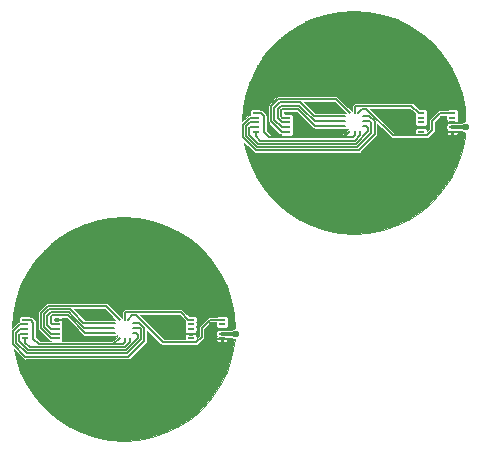
<source format=gbr>
G04 #@! TF.GenerationSoftware,KiCad,Pcbnew,5.0.2-bee76a0~70~ubuntu18.04.1*
G04 #@! TF.CreationDate,2019-07-08T07:57:12+02:00*
G04 #@! TF.ProjectId,upper_Sensor,75707065-725f-4536-956e-736f722e6b69,rev?*
G04 #@! TF.SameCoordinates,Original*
G04 #@! TF.FileFunction,Copper,L1,Top*
G04 #@! TF.FilePolarity,Positive*
%FSLAX46Y46*%
G04 Gerber Fmt 4.6, Leading zero omitted, Abs format (unit mm)*
G04 Created by KiCad (PCBNEW 5.0.2-bee76a0~70~ubuntu18.04.1) date Mo 08 Jul 2019 07:57:12 CEST*
%MOMM*%
%LPD*%
G01*
G04 APERTURE LIST*
G04 #@! TA.AperFunction,SMDPad,CuDef*
%ADD10R,0.630000X0.230000*%
G04 #@! TD*
G04 #@! TA.AperFunction,BGAPad,CuDef*
%ADD11C,0.150000*%
G04 #@! TD*
G04 #@! TA.AperFunction,ViaPad*
%ADD12C,0.600000*%
G04 #@! TD*
G04 #@! TA.AperFunction,Conductor*
%ADD13C,0.130000*%
G04 #@! TD*
G04 #@! TA.AperFunction,Conductor*
%ADD14C,0.300000*%
G04 #@! TD*
G04 #@! TA.AperFunction,Conductor*
%ADD15C,0.100000*%
G04 #@! TD*
G04 #@! TA.AperFunction,NonConductor*
%ADD16C,0.100000*%
G04 #@! TD*
G04 APERTURE END LIST*
D10*
G04 #@! TO.P,J12,1*
G04 #@! TO.N,N/C*
X121175000Y-63300000D03*
G04 #@! TO.P,J12,2*
X123825000Y-63300000D03*
G04 #@! TO.P,J12,3*
X121175000Y-62900000D03*
G04 #@! TO.P,J12,4*
X123825000Y-62900000D03*
G04 #@! TO.P,J12,5*
X121175000Y-62500000D03*
G04 #@! TO.P,J12,6*
X123825000Y-62500000D03*
G04 #@! TO.P,J12,7*
X121175000Y-62100000D03*
G04 #@! TO.P,J12,8*
X123825000Y-62100000D03*
G04 #@! TO.P,J12,9*
X121175000Y-61700000D03*
G04 #@! TO.P,J12,10*
X123825000Y-61700000D03*
G04 #@! TD*
G04 #@! TO.P,J11,1*
G04 #@! TO.N,N/C*
X135175000Y-63300000D03*
G04 #@! TO.P,J11,2*
X137825000Y-63300000D03*
G04 #@! TO.P,J11,3*
X135175000Y-62900000D03*
G04 #@! TO.P,J11,4*
X137825000Y-62900000D03*
G04 #@! TO.P,J11,5*
X135175000Y-62500000D03*
G04 #@! TO.P,J11,6*
X137825000Y-62500000D03*
G04 #@! TO.P,J11,7*
X135175000Y-62100000D03*
G04 #@! TO.P,J11,8*
X137825000Y-62100000D03*
G04 #@! TO.P,J11,9*
X135175000Y-61700000D03*
G04 #@! TO.P,J11,10*
X137825000Y-61700000D03*
G04 #@! TD*
D11*
G04 #@! TO.P,REF\002A\002A,ELEC*
G04 #@! TO.N,N/C*
X129610000Y-61747000D03*
G04 #@! TO.P,REF\002A\002A,O2*
X129830000Y-61747000D03*
G04 #@! TO.P,REF\002A\002A,G*
X129170000Y-61747000D03*
G04 #@! TO.P,REF\002A\002A,D2m*
X128747000Y-62830000D03*
G04 #@! TO.P,REF\002A\002A,D4m*
X128747000Y-61950000D03*
G04 #@! TO.P,REF\002A\002A,D3m*
X128747000Y-62390000D03*
G04 #@! TO.P,REF\002A\002A,S*
X129610000Y-63253000D03*
G04 #@! TO.P,REF\002A\002A,SUB*
X129170000Y-63253000D03*
G04 #@! TO.P,REF\002A\002A,D1i*
X130050000Y-63253000D03*
G04 #@! TO.P,REF\002A\002A,D3i*
X130253000Y-62390000D03*
G04 #@! TO.P,REF\002A\002A,D2i*
X130253000Y-62830000D03*
G04 #@! TO.P,REF\002A\002A,D4i*
X130253000Y-61950000D03*
G04 #@! TD*
D10*
G04 #@! TO.P,J12,10*
G04 #@! TO.N,GNDD*
X104325000Y-79200000D03*
G04 #@! TO.P,J12,9*
G04 #@! TO.N,N/C*
X101675000Y-79200000D03*
G04 #@! TO.P,J12,8*
G04 #@! TO.N,REFFET1_D2*
X104325000Y-79600000D03*
G04 #@! TO.P,J12,7*
G04 #@! TO.N,ISFET1_D4*
X101675000Y-79600000D03*
G04 #@! TO.P,J12,6*
G04 #@! TO.N,REFFET1_D3*
X104325000Y-80000000D03*
G04 #@! TO.P,J12,5*
G04 #@! TO.N,ISFET1_D3*
X101675000Y-80000000D03*
G04 #@! TO.P,J12,4*
G04 #@! TO.N,REFFET1_D4*
X104325000Y-80400000D03*
G04 #@! TO.P,J12,3*
G04 #@! TO.N,ISFET1_D2*
X101675000Y-80400000D03*
G04 #@! TO.P,J12,2*
G04 #@! TO.N,N/C*
X104325000Y-80800000D03*
G04 #@! TO.P,J12,1*
G04 #@! TO.N,ISFET1_D1*
X101675000Y-80800000D03*
G04 #@! TD*
G04 #@! TO.P,J11,10*
G04 #@! TO.N,O2_ELEC1*
X118325000Y-79200000D03*
G04 #@! TO.P,J11,9*
G04 #@! TO.N,ELEC1*
X115675000Y-79200000D03*
G04 #@! TO.P,J11,8*
G04 #@! TO.N,Net-(J11-Pad8)*
X118325000Y-79600000D03*
G04 #@! TO.P,J11,7*
G04 #@! TO.N,Net-(J11-Pad7)*
X115675000Y-79600000D03*
G04 #@! TO.P,J11,6*
G04 #@! TO.N,GNDD*
X118325000Y-80000000D03*
G04 #@! TO.P,J11,5*
G04 #@! TO.N,Net-(J11-Pad5)*
X115675000Y-80000000D03*
G04 #@! TO.P,J11,4*
G04 #@! TO.N,RF_ANT*
X118325000Y-80400000D03*
G04 #@! TO.P,J11,3*
G04 #@! TO.N,GNDD*
X115675000Y-80400000D03*
G04 #@! TO.P,J11,2*
X118325000Y-80800000D03*
G04 #@! TO.P,J11,1*
G04 #@! TO.N,Net-(J11-Pad1)*
X115675000Y-80800000D03*
G04 #@! TD*
D11*
G04 #@! TO.P,REF\002A\002A,D4i*
G04 #@! TO.N,ISFET1_D4*
X110753000Y-79450000D03*
G04 #@! TO.P,REF\002A\002A,D2i*
G04 #@! TO.N,ISFET1_D2*
X110753000Y-80330000D03*
G04 #@! TO.P,REF\002A\002A,D3i*
G04 #@! TO.N,ISFET1_D3*
X110753000Y-79890000D03*
G04 #@! TO.P,REF\002A\002A,D1i*
G04 #@! TO.N,ISFET1_D1*
X110550000Y-80753000D03*
G04 #@! TO.P,REF\002A\002A,SUB*
G04 #@! TO.N,N/C*
X109670000Y-80753000D03*
G04 #@! TO.P,REF\002A\002A,S*
X110110000Y-80753000D03*
G04 #@! TO.P,REF\002A\002A,D3m*
G04 #@! TO.N,REFFET1_D3*
X109247000Y-79890000D03*
G04 #@! TO.P,REF\002A\002A,D4m*
G04 #@! TO.N,REFFET1_D4*
X109247000Y-79450000D03*
G04 #@! TO.P,REF\002A\002A,D2m*
G04 #@! TO.N,REFFET1_D2*
X109247000Y-80330000D03*
G04 #@! TO.P,REF\002A\002A,G*
G04 #@! TO.N,N/C*
X109670000Y-79247000D03*
G04 #@! TO.P,REF\002A\002A,O2*
G04 #@! TO.N,O2_ELEC1*
X110330000Y-79247000D03*
G04 #@! TO.P,REF\002A\002A,ELEC*
G04 #@! TO.N,ELEC1*
X110110000Y-79247000D03*
G04 #@! TD*
D12*
G04 #@! TO.N,*
X127131806Y-53661784D03*
X131868193Y-53661782D03*
X138615178Y-61702524D03*
X135381504Y-55490696D03*
X134748224Y-69995240D03*
X131088881Y-71510990D03*
X125633047Y-70792710D03*
X126370519Y-71098181D03*
X124600000Y-62100000D03*
X124925002Y-54575873D03*
X135970026Y-68970025D03*
X128702526Y-71615174D03*
X137000000Y-62900000D03*
X134074998Y-54575871D03*
X137000000Y-62900000D03*
X129499999Y-53350004D03*
X136995237Y-57251777D03*
X123029976Y-56029977D03*
X120489014Y-60911121D03*
X127911121Y-71510984D03*
X138510987Y-60911119D03*
X121575875Y-67074997D03*
X137792714Y-66366956D03*
X136000000Y-61600000D03*
X136509303Y-56618495D03*
X134748222Y-55004762D03*
X135970024Y-56029975D03*
X134075000Y-70424131D03*
X131868194Y-71338220D03*
X126370516Y-53901818D03*
X137424130Y-67074999D03*
X137792712Y-58633044D03*
X132629483Y-53901816D03*
X137000000Y-62200000D03*
X124251778Y-55004764D03*
X121207291Y-66366955D03*
X124251781Y-69995236D03*
X137000000Y-63600000D03*
X125800000Y-63200000D03*
X127200000Y-61200000D03*
X127911119Y-53489014D03*
X131088880Y-53489012D03*
X131800000Y-61700000D03*
X122490697Y-56618497D03*
X135381506Y-69509305D03*
X137424128Y-57925001D03*
X120661783Y-60131808D03*
X120901817Y-59370518D03*
X129500000Y-71650000D03*
X133366955Y-54207287D03*
X120901820Y-65629483D03*
X137700000Y-61100000D03*
X134300000Y-63000000D03*
X121207288Y-58633046D03*
X136509305Y-68381505D03*
X120384824Y-61702526D03*
X137800000Y-63900000D03*
X138098183Y-59370516D03*
X130297474Y-53384822D03*
X132629484Y-71098186D03*
X133366957Y-70792715D03*
X125633044Y-54207289D03*
X128702524Y-53384823D03*
X122490700Y-68381503D03*
X124925005Y-70424127D03*
X122004766Y-67748221D03*
X138338217Y-60131806D03*
X136995239Y-67748223D03*
X121575872Y-57925003D03*
X123029979Y-68970023D03*
X123618499Y-69509302D03*
X138338219Y-64868193D03*
X138510989Y-64088880D03*
X137000000Y-62900000D03*
X123618496Y-55490698D03*
X138098185Y-65629483D03*
X122004763Y-57251779D03*
X127131808Y-71338215D03*
X130297475Y-71615181D03*
X138991760Y-62903700D03*
G04 #@! TO.N,GNDD*
X110797475Y-89115181D03*
X111588881Y-89010990D03*
X112368194Y-88838220D03*
X113129484Y-88598186D03*
X115248224Y-87495240D03*
X115881506Y-87009305D03*
X116470026Y-86470025D03*
X114575000Y-87924131D03*
X113866957Y-88292715D03*
X117924130Y-84574999D03*
X118292714Y-83866956D03*
X118598185Y-83129483D03*
X117495239Y-85248223D03*
X117009305Y-85881505D03*
X118598183Y-76870516D03*
X118292712Y-76133044D03*
X117924128Y-75425001D03*
X118838217Y-77631806D03*
X119010987Y-78411119D03*
X117495237Y-74751777D03*
X115881504Y-72990696D03*
X115248222Y-72504762D03*
X116470024Y-73529975D03*
X117009303Y-74118495D03*
X114574998Y-72075871D03*
X112368193Y-71161782D03*
X111588880Y-70989012D03*
X113129483Y-71401816D03*
X113866955Y-71707287D03*
X110797474Y-70884822D03*
X108411119Y-70989014D03*
X107631806Y-71161784D03*
X109202524Y-70884823D03*
X109999999Y-70850004D03*
X106870516Y-71401818D03*
X104751778Y-72504764D03*
X104118496Y-72990698D03*
X105425002Y-72075873D03*
X106133044Y-71707289D03*
X102504763Y-74751779D03*
X103529976Y-73529977D03*
X102075872Y-75425003D03*
X102990697Y-74118497D03*
X101707288Y-76133046D03*
X102075875Y-84574997D03*
X101401820Y-83129483D03*
X102504766Y-85248221D03*
X101707291Y-83866955D03*
X102990700Y-85881503D03*
X104751781Y-87495236D03*
X103529979Y-86470023D03*
X105425005Y-87924127D03*
X104118499Y-87009302D03*
X106133047Y-88292710D03*
X106870519Y-88598181D03*
X107631808Y-88838215D03*
X108411121Y-89010984D03*
X109202526Y-89115174D03*
X118838219Y-82368193D03*
X119010989Y-81588880D03*
X119115178Y-79202524D03*
X101401817Y-76870518D03*
X101161783Y-77631808D03*
X100989014Y-78411121D03*
X100884824Y-79202526D03*
X110000000Y-89150000D03*
X118300000Y-81400000D03*
X117500000Y-80400000D03*
X117500000Y-80400000D03*
X117500000Y-80400000D03*
X117500000Y-79700000D03*
X117500000Y-81100000D03*
X118200000Y-78600000D03*
X116500000Y-79100000D03*
X112300000Y-79200000D03*
X114800000Y-80500000D03*
X105100000Y-79600000D03*
X106300000Y-80700000D03*
X107700000Y-78700000D03*
G04 #@! TO.N,RF_ANT*
X119491760Y-80403700D03*
G04 #@! TD*
D13*
G04 #@! TO.N,*
X103880000Y-80800000D02*
X102999540Y-79919540D01*
X104325000Y-80800000D02*
X103880000Y-80800000D01*
X102999540Y-79919540D02*
X102999540Y-78653640D01*
X102999540Y-78653640D02*
X103596440Y-78056740D01*
X103596440Y-78056740D02*
X108503720Y-78056740D01*
X108503720Y-78056740D02*
X109664500Y-79217520D01*
X102120000Y-79200000D02*
X102369620Y-79449620D01*
X101675000Y-79200000D02*
X102120000Y-79200000D01*
X102369620Y-79449620D02*
X102369620Y-80812640D01*
X102369620Y-80812640D02*
X102842060Y-81285080D01*
X102842060Y-81285080D02*
X109138720Y-81285080D01*
X109138720Y-81285080D02*
X109672120Y-80751680D01*
X109138720Y-81285080D02*
X109928660Y-81285080D01*
X109928660Y-81285080D02*
X110109000Y-81104740D01*
X110109000Y-81104740D02*
X110109000Y-80756760D01*
X121620000Y-61700000D02*
X121869620Y-61949620D01*
X128638720Y-63785080D02*
X129172120Y-63251680D01*
X121869620Y-63312640D02*
X122342060Y-63785080D01*
X123096440Y-60556740D02*
X128003720Y-60556740D01*
X122499540Y-62419540D02*
X122499540Y-61153640D01*
X123380000Y-63300000D02*
X122499540Y-62419540D01*
X129609000Y-63604740D02*
X129609000Y-63256760D01*
X123825000Y-63300000D02*
X123380000Y-63300000D01*
X122499540Y-61153640D02*
X123096440Y-60556740D01*
X129428660Y-63785080D02*
X129609000Y-63604740D01*
X121869620Y-61949620D02*
X121869620Y-63312640D01*
X122342060Y-63785080D02*
X128638720Y-63785080D01*
X121175000Y-61700000D02*
X121620000Y-61700000D01*
X128638720Y-63785080D02*
X129428660Y-63785080D01*
X128003720Y-60556740D02*
X129164500Y-61717520D01*
X126246040Y-62832580D02*
X128773340Y-62832580D01*
X124767760Y-61354300D02*
X126246040Y-62832580D01*
X123314999Y-61971001D02*
X123314999Y-61473561D01*
X123443998Y-62100000D02*
X123314999Y-61971001D01*
X123314999Y-61473561D02*
X123434260Y-61354300D01*
X123825000Y-62100000D02*
X123443998Y-62100000D01*
X123434260Y-61354300D02*
X124767760Y-61354300D01*
X126171788Y-62390620D02*
X128704999Y-62390620D01*
X123048180Y-62168180D02*
X123048180Y-61372671D01*
X124868769Y-61087600D02*
X125224369Y-61443200D01*
X125224369Y-61443200D02*
X125224369Y-61443201D01*
X123825000Y-62500000D02*
X123380000Y-62500000D01*
X123333251Y-61087600D02*
X124868769Y-61087600D01*
X125224369Y-61443201D02*
X126171788Y-62390620D01*
X123048180Y-61372671D02*
X123333251Y-61087600D01*
X123380000Y-62500000D02*
X123048180Y-62168180D01*
X126100076Y-61951200D02*
X128755560Y-61951200D01*
X123380000Y-62900000D02*
X122773860Y-62293860D01*
X123825000Y-62900000D02*
X123380000Y-62900000D01*
X122773860Y-62293860D02*
X122773860Y-61262860D01*
X122773860Y-61262860D02*
X123215820Y-60820900D01*
X123215820Y-60820900D02*
X124969776Y-60820900D01*
X124969776Y-60820900D02*
X125332069Y-61183193D01*
X125332069Y-61183193D02*
X126100076Y-61951200D01*
X131246620Y-62422370D02*
X130775450Y-61951200D01*
X120730000Y-62100000D02*
X120123710Y-62706290D01*
X120123710Y-63765779D02*
X121190422Y-64832490D01*
X121190422Y-64832490D02*
X129898396Y-64832490D01*
X129898396Y-64832490D02*
X131246620Y-63484267D01*
X131246620Y-63484267D02*
X131246620Y-62422370D01*
X121175000Y-62100000D02*
X120730000Y-62100000D01*
X120123710Y-62706290D02*
X120123710Y-63765779D01*
X130775450Y-61951200D02*
X130271940Y-61951200D01*
X120383721Y-62846279D02*
X120383721Y-63657431D01*
X130849700Y-62393160D02*
X130295001Y-62393160D01*
X130986609Y-62530069D02*
X130849700Y-62393160D01*
X121175000Y-62500000D02*
X120730000Y-62500000D01*
X120383721Y-63657431D02*
X121298769Y-64572479D01*
X120730000Y-62500000D02*
X120383721Y-62846279D01*
X121298769Y-64572479D02*
X129790697Y-64572479D01*
X130986609Y-63376568D02*
X130986609Y-62530069D01*
X129790697Y-64572479D02*
X130986609Y-63376568D01*
X121400708Y-64306710D02*
X122259001Y-64306710D01*
X120650420Y-63556422D02*
X121400708Y-64306710D01*
X120650420Y-62979580D02*
X120650420Y-63556422D01*
X129688759Y-64306710D02*
X130726600Y-63268869D01*
X120730000Y-62900000D02*
X120650420Y-62979580D01*
X121175000Y-62900000D02*
X120730000Y-62900000D01*
X130726600Y-63005300D02*
X130558960Y-62837660D01*
X130726600Y-63268869D02*
X130726600Y-63005300D01*
X122259001Y-64306710D02*
X129688759Y-64306710D01*
X130558960Y-62837660D02*
X130269400Y-62837660D01*
X121175000Y-63687360D02*
X121534340Y-64046700D01*
X129581060Y-64046700D02*
X130056040Y-63571720D01*
X130056040Y-63571720D02*
X130056040Y-63264380D01*
X121534340Y-64046700D02*
X129581060Y-64046700D01*
X121175000Y-63300000D02*
X121175000Y-63687360D01*
X134975000Y-61700000D02*
X134367680Y-61092680D01*
X129657260Y-61092680D02*
X129601380Y-61148560D01*
X135175000Y-61700000D02*
X134975000Y-61700000D01*
X134367680Y-61092680D02*
X129657260Y-61092680D01*
X129601380Y-61148560D02*
X129601380Y-61709900D01*
D14*
X138988060Y-62900000D02*
X138991760Y-62903700D01*
X137825000Y-62900000D02*
X138988060Y-62900000D01*
D13*
X132801961Y-63610001D02*
X130544650Y-61352690D01*
X130222750Y-61352690D02*
X129880001Y-61695439D01*
X135646001Y-63610001D02*
X132801961Y-63610001D01*
X136800000Y-61700000D02*
X136100000Y-62400000D01*
X136100000Y-62400000D02*
X136100000Y-63156002D01*
X130544650Y-61352690D02*
X130222750Y-61352690D01*
X136100000Y-63156002D02*
X135646001Y-63610001D01*
X137825000Y-61700000D02*
X136800000Y-61700000D01*
X129880001Y-61695439D02*
X129880001Y-61697200D01*
G04 #@! TO.N,REFFET1_D2*
X103814999Y-79471001D02*
X103814999Y-78973561D01*
X104325000Y-79600000D02*
X103943998Y-79600000D01*
X103943998Y-79600000D02*
X103814999Y-79471001D01*
X103814999Y-78973561D02*
X103934260Y-78854300D01*
X103934260Y-78854300D02*
X105267760Y-78854300D01*
X105267760Y-78854300D02*
X106746040Y-80332580D01*
X106746040Y-80332580D02*
X109273340Y-80332580D01*
G04 #@! TO.N,REFFET1_D3*
X103880000Y-80000000D02*
X103548180Y-79668180D01*
X104325000Y-80000000D02*
X103880000Y-80000000D01*
X103548180Y-78872671D02*
X103833251Y-78587600D01*
X103548180Y-79668180D02*
X103548180Y-78872671D01*
X105368769Y-78587600D02*
X105724369Y-78943200D01*
X103833251Y-78587600D02*
X105368769Y-78587600D01*
X105724369Y-78943200D02*
X105724369Y-78943201D01*
X105724369Y-78943201D02*
X106671788Y-79890620D01*
X106671788Y-79890620D02*
X109204999Y-79890620D01*
G04 #@! TO.N,REFFET1_D4*
X103880000Y-80400000D02*
X103273860Y-79793860D01*
X104325000Y-80400000D02*
X103880000Y-80400000D01*
X103273860Y-79793860D02*
X103273860Y-78762860D01*
X103273860Y-78762860D02*
X103715820Y-78320900D01*
X105469776Y-78320900D02*
X105832069Y-78683193D01*
X103715820Y-78320900D02*
X105469776Y-78320900D01*
X105832069Y-78683193D02*
X106600076Y-79451200D01*
X106600076Y-79451200D02*
X109255560Y-79451200D01*
G04 #@! TO.N,ISFET1_D4*
X110398396Y-82332490D02*
X111746620Y-80984267D01*
X111746620Y-79922370D02*
X111275450Y-79451200D01*
X111746620Y-80984267D02*
X111746620Y-79922370D01*
X100623710Y-81265779D02*
X101690422Y-82332490D01*
X101230000Y-79600000D02*
X100623710Y-80206290D01*
X101690422Y-82332490D02*
X110398396Y-82332490D01*
X101675000Y-79600000D02*
X101230000Y-79600000D01*
X100623710Y-80206290D02*
X100623710Y-81265779D01*
X111275450Y-79451200D02*
X110771940Y-79451200D01*
G04 #@! TO.N,ISFET1_D3*
X101675000Y-80000000D02*
X101230000Y-80000000D01*
X111349700Y-79893160D02*
X110795001Y-79893160D01*
X101798769Y-82072479D02*
X110290697Y-82072479D01*
X110290697Y-82072479D02*
X111486609Y-80876568D01*
X101230000Y-80000000D02*
X100883721Y-80346279D01*
X100883721Y-80346279D02*
X100883721Y-81157431D01*
X100883721Y-81157431D02*
X101798769Y-82072479D01*
X111486609Y-80030069D02*
X111349700Y-79893160D01*
X111486609Y-80876568D02*
X111486609Y-80030069D01*
G04 #@! TO.N,ISFET1_D2*
X101230000Y-80400000D02*
X101150420Y-80479580D01*
X101675000Y-80400000D02*
X101230000Y-80400000D01*
X101900708Y-81806710D02*
X102759001Y-81806710D01*
X101150420Y-80479580D02*
X101150420Y-81056422D01*
X101150420Y-81056422D02*
X101900708Y-81806710D01*
X110188759Y-81806710D02*
X111226600Y-80768869D01*
X102759001Y-81806710D02*
X110188759Y-81806710D01*
X111226600Y-80768869D02*
X111226600Y-80505300D01*
X111226600Y-80505300D02*
X111058960Y-80337660D01*
X111058960Y-80337660D02*
X110769400Y-80337660D01*
G04 #@! TO.N,ISFET1_D1*
X110556040Y-81071720D02*
X110556040Y-80764380D01*
X101675000Y-80800000D02*
X101675000Y-81187360D01*
X110081060Y-81546700D02*
X110556040Y-81071720D01*
X102034340Y-81546700D02*
X110081060Y-81546700D01*
X101675000Y-81187360D02*
X102034340Y-81546700D01*
G04 #@! TO.N,ELEC1*
X110157260Y-78592680D02*
X110101380Y-78648560D01*
X114867680Y-78592680D02*
X110157260Y-78592680D01*
X115675000Y-79200000D02*
X115475000Y-79200000D01*
X110101380Y-78648560D02*
X110101380Y-79209900D01*
X115475000Y-79200000D02*
X114867680Y-78592680D01*
D14*
G04 #@! TO.N,RF_ANT*
X118325000Y-80400000D02*
X119488060Y-80400000D01*
X119488060Y-80400000D02*
X119491760Y-80403700D01*
D13*
G04 #@! TO.N,O2_ELEC1*
X110380001Y-79195439D02*
X110380001Y-79197200D01*
X116146001Y-81110001D02*
X113301961Y-81110001D01*
X111044650Y-78852690D02*
X110722750Y-78852690D01*
X118325000Y-79200000D02*
X117300000Y-79200000D01*
X116600000Y-79900000D02*
X116600000Y-80656002D01*
X117300000Y-79200000D02*
X116600000Y-79900000D01*
X116600000Y-80656002D02*
X116146001Y-81110001D01*
X110722750Y-78852690D02*
X110380001Y-79195439D01*
X113301961Y-81110001D02*
X111044650Y-78852690D01*
G04 #@! TD*
D15*
G04 #@! TO.N,GNDD*
G36*
X111233460Y-70630953D02*
X112445808Y-70872104D01*
X113616320Y-71269438D01*
X114724952Y-71816156D01*
X115752728Y-72502893D01*
X116682083Y-73317917D01*
X117497107Y-74247272D01*
X118183844Y-75275048D01*
X118730562Y-76383680D01*
X119127896Y-77554192D01*
X119369047Y-78766540D01*
X119444892Y-79923700D01*
X119396282Y-79923700D01*
X119219862Y-79996775D01*
X119146637Y-80070000D01*
X118765000Y-80070000D01*
X118752500Y-80057500D01*
X118425000Y-80057500D01*
X118425000Y-80070000D01*
X118292498Y-80070000D01*
X118225000Y-80083426D01*
X118225000Y-80057500D01*
X117897500Y-80057500D01*
X117860000Y-80095000D01*
X117860000Y-80144837D01*
X117870398Y-80169940D01*
X117840444Y-80214768D01*
X117826474Y-80285000D01*
X117826474Y-80515000D01*
X117840444Y-80585232D01*
X117870398Y-80630060D01*
X117860000Y-80655163D01*
X117860000Y-80705000D01*
X117897500Y-80742500D01*
X118225000Y-80742500D01*
X118225000Y-80716574D01*
X118292498Y-80730000D01*
X118425000Y-80730000D01*
X118425000Y-80742500D01*
X118752500Y-80742500D01*
X118765000Y-80730000D01*
X119139237Y-80730000D01*
X119219862Y-80810625D01*
X119392086Y-80881962D01*
X119369047Y-81233460D01*
X119127896Y-82445808D01*
X118730562Y-83616320D01*
X118183844Y-84724952D01*
X117497107Y-85752728D01*
X116682083Y-86682083D01*
X115752728Y-87497107D01*
X114724952Y-88183844D01*
X113616320Y-88730562D01*
X112445808Y-89127896D01*
X111233460Y-89369047D01*
X110000000Y-89449893D01*
X108766540Y-89369047D01*
X107554192Y-89127896D01*
X106383680Y-88730562D01*
X105275048Y-88183844D01*
X104247272Y-87497107D01*
X103317917Y-86682083D01*
X102502893Y-85752728D01*
X101816156Y-84724952D01*
X101269438Y-83616320D01*
X100872104Y-82445808D01*
X100726809Y-81715359D01*
X101500119Y-82488669D01*
X101513787Y-82509125D01*
X101578594Y-82552427D01*
X101594828Y-82563274D01*
X101690422Y-82582289D01*
X101714548Y-82577490D01*
X110374270Y-82577490D01*
X110398396Y-82582289D01*
X110422522Y-82577490D01*
X110493990Y-82563274D01*
X110575031Y-82509125D01*
X110588701Y-82488666D01*
X111902799Y-81174570D01*
X111923255Y-81160902D01*
X111977404Y-81079861D01*
X111980360Y-81065000D01*
X111996419Y-80984268D01*
X111991620Y-80960142D01*
X111991620Y-80146141D01*
X113111658Y-81266180D01*
X113125326Y-81286636D01*
X113196311Y-81334066D01*
X113206367Y-81340785D01*
X113301961Y-81359800D01*
X113326087Y-81355001D01*
X116121875Y-81355001D01*
X116146001Y-81359800D01*
X116170127Y-81355001D01*
X116241595Y-81340785D01*
X116322636Y-81286636D01*
X116336306Y-81266177D01*
X116707483Y-80895000D01*
X117860000Y-80895000D01*
X117860000Y-80944837D01*
X117882836Y-80999968D01*
X117925032Y-81042164D01*
X117980163Y-81065000D01*
X118187500Y-81065000D01*
X118225000Y-81027500D01*
X118225000Y-80857500D01*
X118425000Y-80857500D01*
X118425000Y-81027500D01*
X118462500Y-81065000D01*
X118669837Y-81065000D01*
X118724968Y-81042164D01*
X118767164Y-80999968D01*
X118790000Y-80944837D01*
X118790000Y-80895000D01*
X118752500Y-80857500D01*
X118425000Y-80857500D01*
X118225000Y-80857500D01*
X117897500Y-80857500D01*
X117860000Y-80895000D01*
X116707483Y-80895000D01*
X116756181Y-80846303D01*
X116776635Y-80832637D01*
X116830784Y-80751596D01*
X116845000Y-80680128D01*
X116849799Y-80656002D01*
X116845000Y-80631876D01*
X116845000Y-80001481D01*
X117401482Y-79445000D01*
X117834430Y-79445000D01*
X117826474Y-79485000D01*
X117826474Y-79715000D01*
X117840444Y-79785232D01*
X117870398Y-79830060D01*
X117860000Y-79855163D01*
X117860000Y-79905000D01*
X117897500Y-79942500D01*
X118225000Y-79942500D01*
X118225000Y-79898526D01*
X118425000Y-79898526D01*
X118425000Y-79942500D01*
X118752500Y-79942500D01*
X118790000Y-79905000D01*
X118790000Y-79855163D01*
X118779602Y-79830060D01*
X118809556Y-79785232D01*
X118823526Y-79715000D01*
X118823526Y-79485000D01*
X118809556Y-79414768D01*
X118799688Y-79400000D01*
X118809556Y-79385232D01*
X118823526Y-79315000D01*
X118823526Y-79085000D01*
X118809556Y-79014768D01*
X118769772Y-78955228D01*
X118710232Y-78915444D01*
X118640000Y-78901474D01*
X118010000Y-78901474D01*
X117939768Y-78915444D01*
X117880569Y-78955000D01*
X117324124Y-78955000D01*
X117299999Y-78950201D01*
X117275874Y-78955000D01*
X117204406Y-78969216D01*
X117123365Y-79023365D01*
X117109697Y-79043821D01*
X116443824Y-79709695D01*
X116423365Y-79723365D01*
X116376263Y-79793860D01*
X116369216Y-79804407D01*
X116350201Y-79900000D01*
X116355000Y-79924126D01*
X116355001Y-80554519D01*
X116173526Y-80735994D01*
X116173526Y-80685000D01*
X116159556Y-80614768D01*
X116129602Y-80569940D01*
X116140000Y-80544837D01*
X116140000Y-80495000D01*
X116102500Y-80457500D01*
X115775000Y-80457500D01*
X115775000Y-80501474D01*
X115575000Y-80501474D01*
X115575000Y-80457500D01*
X115247500Y-80457500D01*
X115210000Y-80495000D01*
X115210000Y-80544837D01*
X115220398Y-80569940D01*
X115190444Y-80614768D01*
X115176474Y-80685000D01*
X115176474Y-80865001D01*
X113403443Y-80865001D01*
X111376121Y-78837680D01*
X114766199Y-78837680D01*
X115176474Y-79247956D01*
X115176474Y-79315000D01*
X115190444Y-79385232D01*
X115200312Y-79400000D01*
X115190444Y-79414768D01*
X115176474Y-79485000D01*
X115176474Y-79715000D01*
X115190444Y-79785232D01*
X115200312Y-79800000D01*
X115190444Y-79814768D01*
X115176474Y-79885000D01*
X115176474Y-80115000D01*
X115190444Y-80185232D01*
X115220398Y-80230060D01*
X115210000Y-80255163D01*
X115210000Y-80305000D01*
X115247500Y-80342500D01*
X115575000Y-80342500D01*
X115575000Y-80298526D01*
X115775000Y-80298526D01*
X115775000Y-80342500D01*
X116102500Y-80342500D01*
X116140000Y-80305000D01*
X116140000Y-80255163D01*
X116129602Y-80230060D01*
X116159556Y-80185232D01*
X116173526Y-80115000D01*
X116173526Y-79885000D01*
X116159556Y-79814768D01*
X116149688Y-79800000D01*
X116159556Y-79785232D01*
X116173526Y-79715000D01*
X116173526Y-79485000D01*
X116159556Y-79414768D01*
X116149688Y-79400000D01*
X116159556Y-79385232D01*
X116173526Y-79315000D01*
X116173526Y-79085000D01*
X116159556Y-79014768D01*
X116119772Y-78955228D01*
X116060232Y-78915444D01*
X115990000Y-78901474D01*
X115522956Y-78901474D01*
X115057985Y-78436504D01*
X115044315Y-78416045D01*
X114963274Y-78361896D01*
X114891806Y-78347680D01*
X114867680Y-78342881D01*
X114843554Y-78347680D01*
X110181384Y-78347680D01*
X110157259Y-78342881D01*
X110133135Y-78347680D01*
X110133134Y-78347680D01*
X110061666Y-78361896D01*
X109980625Y-78416045D01*
X109966955Y-78436504D01*
X109945204Y-78458255D01*
X109924745Y-78471925D01*
X109887939Y-78527011D01*
X109870596Y-78552967D01*
X109851581Y-78648560D01*
X109856380Y-78672686D01*
X109856381Y-79063704D01*
X109854800Y-79061338D01*
X108694025Y-77900564D01*
X108680355Y-77880105D01*
X108599314Y-77825956D01*
X108527846Y-77811740D01*
X108503720Y-77806941D01*
X108479594Y-77811740D01*
X103620565Y-77811740D01*
X103596439Y-77806941D01*
X103526601Y-77820833D01*
X103500846Y-77825956D01*
X103419805Y-77880105D01*
X103406137Y-77900561D01*
X102843362Y-78463337D01*
X102822906Y-78477005D01*
X102798815Y-78513061D01*
X102768756Y-78558047D01*
X102749741Y-78653640D01*
X102754541Y-78677771D01*
X102754540Y-79895414D01*
X102749741Y-79919540D01*
X102754540Y-79943665D01*
X102768756Y-80015133D01*
X102822905Y-80096175D01*
X102843364Y-80109845D01*
X103689697Y-80956179D01*
X103703365Y-80976635D01*
X103784406Y-81030784D01*
X103831140Y-81040080D01*
X102943542Y-81040080D01*
X102614620Y-80711159D01*
X102614620Y-79473746D01*
X102619419Y-79449620D01*
X102600404Y-79354026D01*
X102594264Y-79344837D01*
X102546255Y-79272985D01*
X102525799Y-79259317D01*
X102310305Y-79043824D01*
X102296635Y-79023365D01*
X102215594Y-78969216D01*
X102144126Y-78955000D01*
X102120000Y-78950201D01*
X102114027Y-78951389D01*
X102060232Y-78915444D01*
X101990000Y-78901474D01*
X101360000Y-78901474D01*
X101289768Y-78915444D01*
X101230228Y-78955228D01*
X101190444Y-79014768D01*
X101176474Y-79085000D01*
X101176474Y-79315000D01*
X101185247Y-79359103D01*
X101134406Y-79369216D01*
X101053365Y-79423365D01*
X101039699Y-79443818D01*
X100554778Y-79928741D01*
X100630953Y-78766540D01*
X100872104Y-77554192D01*
X101269438Y-76383680D01*
X101816156Y-75275048D01*
X102502893Y-74247272D01*
X103317917Y-73317917D01*
X104247272Y-72502893D01*
X105275048Y-71816156D01*
X106383680Y-71269438D01*
X107554192Y-70872104D01*
X108766540Y-70630953D01*
X110000000Y-70550107D01*
X111233460Y-70630953D01*
X111233460Y-70630953D01*
G37*
X111233460Y-70630953D02*
X112445808Y-70872104D01*
X113616320Y-71269438D01*
X114724952Y-71816156D01*
X115752728Y-72502893D01*
X116682083Y-73317917D01*
X117497107Y-74247272D01*
X118183844Y-75275048D01*
X118730562Y-76383680D01*
X119127896Y-77554192D01*
X119369047Y-78766540D01*
X119444892Y-79923700D01*
X119396282Y-79923700D01*
X119219862Y-79996775D01*
X119146637Y-80070000D01*
X118765000Y-80070000D01*
X118752500Y-80057500D01*
X118425000Y-80057500D01*
X118425000Y-80070000D01*
X118292498Y-80070000D01*
X118225000Y-80083426D01*
X118225000Y-80057500D01*
X117897500Y-80057500D01*
X117860000Y-80095000D01*
X117860000Y-80144837D01*
X117870398Y-80169940D01*
X117840444Y-80214768D01*
X117826474Y-80285000D01*
X117826474Y-80515000D01*
X117840444Y-80585232D01*
X117870398Y-80630060D01*
X117860000Y-80655163D01*
X117860000Y-80705000D01*
X117897500Y-80742500D01*
X118225000Y-80742500D01*
X118225000Y-80716574D01*
X118292498Y-80730000D01*
X118425000Y-80730000D01*
X118425000Y-80742500D01*
X118752500Y-80742500D01*
X118765000Y-80730000D01*
X119139237Y-80730000D01*
X119219862Y-80810625D01*
X119392086Y-80881962D01*
X119369047Y-81233460D01*
X119127896Y-82445808D01*
X118730562Y-83616320D01*
X118183844Y-84724952D01*
X117497107Y-85752728D01*
X116682083Y-86682083D01*
X115752728Y-87497107D01*
X114724952Y-88183844D01*
X113616320Y-88730562D01*
X112445808Y-89127896D01*
X111233460Y-89369047D01*
X110000000Y-89449893D01*
X108766540Y-89369047D01*
X107554192Y-89127896D01*
X106383680Y-88730562D01*
X105275048Y-88183844D01*
X104247272Y-87497107D01*
X103317917Y-86682083D01*
X102502893Y-85752728D01*
X101816156Y-84724952D01*
X101269438Y-83616320D01*
X100872104Y-82445808D01*
X100726809Y-81715359D01*
X101500119Y-82488669D01*
X101513787Y-82509125D01*
X101578594Y-82552427D01*
X101594828Y-82563274D01*
X101690422Y-82582289D01*
X101714548Y-82577490D01*
X110374270Y-82577490D01*
X110398396Y-82582289D01*
X110422522Y-82577490D01*
X110493990Y-82563274D01*
X110575031Y-82509125D01*
X110588701Y-82488666D01*
X111902799Y-81174570D01*
X111923255Y-81160902D01*
X111977404Y-81079861D01*
X111980360Y-81065000D01*
X111996419Y-80984268D01*
X111991620Y-80960142D01*
X111991620Y-80146141D01*
X113111658Y-81266180D01*
X113125326Y-81286636D01*
X113196311Y-81334066D01*
X113206367Y-81340785D01*
X113301961Y-81359800D01*
X113326087Y-81355001D01*
X116121875Y-81355001D01*
X116146001Y-81359800D01*
X116170127Y-81355001D01*
X116241595Y-81340785D01*
X116322636Y-81286636D01*
X116336306Y-81266177D01*
X116707483Y-80895000D01*
X117860000Y-80895000D01*
X117860000Y-80944837D01*
X117882836Y-80999968D01*
X117925032Y-81042164D01*
X117980163Y-81065000D01*
X118187500Y-81065000D01*
X118225000Y-81027500D01*
X118225000Y-80857500D01*
X118425000Y-80857500D01*
X118425000Y-81027500D01*
X118462500Y-81065000D01*
X118669837Y-81065000D01*
X118724968Y-81042164D01*
X118767164Y-80999968D01*
X118790000Y-80944837D01*
X118790000Y-80895000D01*
X118752500Y-80857500D01*
X118425000Y-80857500D01*
X118225000Y-80857500D01*
X117897500Y-80857500D01*
X117860000Y-80895000D01*
X116707483Y-80895000D01*
X116756181Y-80846303D01*
X116776635Y-80832637D01*
X116830784Y-80751596D01*
X116845000Y-80680128D01*
X116849799Y-80656002D01*
X116845000Y-80631876D01*
X116845000Y-80001481D01*
X117401482Y-79445000D01*
X117834430Y-79445000D01*
X117826474Y-79485000D01*
X117826474Y-79715000D01*
X117840444Y-79785232D01*
X117870398Y-79830060D01*
X117860000Y-79855163D01*
X117860000Y-79905000D01*
X117897500Y-79942500D01*
X118225000Y-79942500D01*
X118225000Y-79898526D01*
X118425000Y-79898526D01*
X118425000Y-79942500D01*
X118752500Y-79942500D01*
X118790000Y-79905000D01*
X118790000Y-79855163D01*
X118779602Y-79830060D01*
X118809556Y-79785232D01*
X118823526Y-79715000D01*
X118823526Y-79485000D01*
X118809556Y-79414768D01*
X118799688Y-79400000D01*
X118809556Y-79385232D01*
X118823526Y-79315000D01*
X118823526Y-79085000D01*
X118809556Y-79014768D01*
X118769772Y-78955228D01*
X118710232Y-78915444D01*
X118640000Y-78901474D01*
X118010000Y-78901474D01*
X117939768Y-78915444D01*
X117880569Y-78955000D01*
X117324124Y-78955000D01*
X117299999Y-78950201D01*
X117275874Y-78955000D01*
X117204406Y-78969216D01*
X117123365Y-79023365D01*
X117109697Y-79043821D01*
X116443824Y-79709695D01*
X116423365Y-79723365D01*
X116376263Y-79793860D01*
X116369216Y-79804407D01*
X116350201Y-79900000D01*
X116355000Y-79924126D01*
X116355001Y-80554519D01*
X116173526Y-80735994D01*
X116173526Y-80685000D01*
X116159556Y-80614768D01*
X116129602Y-80569940D01*
X116140000Y-80544837D01*
X116140000Y-80495000D01*
X116102500Y-80457500D01*
X115775000Y-80457500D01*
X115775000Y-80501474D01*
X115575000Y-80501474D01*
X115575000Y-80457500D01*
X115247500Y-80457500D01*
X115210000Y-80495000D01*
X115210000Y-80544837D01*
X115220398Y-80569940D01*
X115190444Y-80614768D01*
X115176474Y-80685000D01*
X115176474Y-80865001D01*
X113403443Y-80865001D01*
X111376121Y-78837680D01*
X114766199Y-78837680D01*
X115176474Y-79247956D01*
X115176474Y-79315000D01*
X115190444Y-79385232D01*
X115200312Y-79400000D01*
X115190444Y-79414768D01*
X115176474Y-79485000D01*
X115176474Y-79715000D01*
X115190444Y-79785232D01*
X115200312Y-79800000D01*
X115190444Y-79814768D01*
X115176474Y-79885000D01*
X115176474Y-80115000D01*
X115190444Y-80185232D01*
X115220398Y-80230060D01*
X115210000Y-80255163D01*
X115210000Y-80305000D01*
X115247500Y-80342500D01*
X115575000Y-80342500D01*
X115575000Y-80298526D01*
X115775000Y-80298526D01*
X115775000Y-80342500D01*
X116102500Y-80342500D01*
X116140000Y-80305000D01*
X116140000Y-80255163D01*
X116129602Y-80230060D01*
X116159556Y-80185232D01*
X116173526Y-80115000D01*
X116173526Y-79885000D01*
X116159556Y-79814768D01*
X116149688Y-79800000D01*
X116159556Y-79785232D01*
X116173526Y-79715000D01*
X116173526Y-79485000D01*
X116159556Y-79414768D01*
X116149688Y-79400000D01*
X116159556Y-79385232D01*
X116173526Y-79315000D01*
X116173526Y-79085000D01*
X116159556Y-79014768D01*
X116119772Y-78955228D01*
X116060232Y-78915444D01*
X115990000Y-78901474D01*
X115522956Y-78901474D01*
X115057985Y-78436504D01*
X115044315Y-78416045D01*
X114963274Y-78361896D01*
X114891806Y-78347680D01*
X114867680Y-78342881D01*
X114843554Y-78347680D01*
X110181384Y-78347680D01*
X110157259Y-78342881D01*
X110133135Y-78347680D01*
X110133134Y-78347680D01*
X110061666Y-78361896D01*
X109980625Y-78416045D01*
X109966955Y-78436504D01*
X109945204Y-78458255D01*
X109924745Y-78471925D01*
X109887939Y-78527011D01*
X109870596Y-78552967D01*
X109851581Y-78648560D01*
X109856380Y-78672686D01*
X109856381Y-79063704D01*
X109854800Y-79061338D01*
X108694025Y-77900564D01*
X108680355Y-77880105D01*
X108599314Y-77825956D01*
X108527846Y-77811740D01*
X108503720Y-77806941D01*
X108479594Y-77811740D01*
X103620565Y-77811740D01*
X103596439Y-77806941D01*
X103526601Y-77820833D01*
X103500846Y-77825956D01*
X103419805Y-77880105D01*
X103406137Y-77900561D01*
X102843362Y-78463337D01*
X102822906Y-78477005D01*
X102798815Y-78513061D01*
X102768756Y-78558047D01*
X102749741Y-78653640D01*
X102754541Y-78677771D01*
X102754540Y-79895414D01*
X102749741Y-79919540D01*
X102754540Y-79943665D01*
X102768756Y-80015133D01*
X102822905Y-80096175D01*
X102843364Y-80109845D01*
X103689697Y-80956179D01*
X103703365Y-80976635D01*
X103784406Y-81030784D01*
X103831140Y-81040080D01*
X102943542Y-81040080D01*
X102614620Y-80711159D01*
X102614620Y-79473746D01*
X102619419Y-79449620D01*
X102600404Y-79354026D01*
X102594264Y-79344837D01*
X102546255Y-79272985D01*
X102525799Y-79259317D01*
X102310305Y-79043824D01*
X102296635Y-79023365D01*
X102215594Y-78969216D01*
X102144126Y-78955000D01*
X102120000Y-78950201D01*
X102114027Y-78951389D01*
X102060232Y-78915444D01*
X101990000Y-78901474D01*
X101360000Y-78901474D01*
X101289768Y-78915444D01*
X101230228Y-78955228D01*
X101190444Y-79014768D01*
X101176474Y-79085000D01*
X101176474Y-79315000D01*
X101185247Y-79359103D01*
X101134406Y-79369216D01*
X101053365Y-79423365D01*
X101039699Y-79443818D01*
X100554778Y-79928741D01*
X100630953Y-78766540D01*
X100872104Y-77554192D01*
X101269438Y-76383680D01*
X101816156Y-75275048D01*
X102502893Y-74247272D01*
X103317917Y-73317917D01*
X104247272Y-72502893D01*
X105275048Y-71816156D01*
X106383680Y-71269438D01*
X107554192Y-70872104D01*
X108766540Y-70630953D01*
X110000000Y-70550107D01*
X111233460Y-70630953D01*
G36*
X104425000Y-79142500D02*
X104752500Y-79142500D01*
X104790000Y-79105000D01*
X104790000Y-79099300D01*
X105166279Y-79099300D01*
X106555739Y-80488762D01*
X106569405Y-80509215D01*
X106589858Y-80522881D01*
X106650446Y-80563364D01*
X106746040Y-80582379D01*
X106770166Y-80577580D01*
X109178363Y-80577580D01*
X109196277Y-80585000D01*
X109297723Y-80585000D01*
X109332425Y-80570626D01*
X109368934Y-80563364D01*
X109423691Y-80526777D01*
X109479645Y-80582731D01*
X109453821Y-80608554D01*
X109443255Y-80634062D01*
X109037239Y-81040080D01*
X104772907Y-81040080D01*
X104809556Y-80985232D01*
X104823526Y-80915000D01*
X104823526Y-80685000D01*
X104809556Y-80614768D01*
X104799688Y-80600000D01*
X104809556Y-80585232D01*
X104823526Y-80515000D01*
X104823526Y-80285000D01*
X104809556Y-80214768D01*
X104799688Y-80200000D01*
X104809556Y-80185232D01*
X104823526Y-80115000D01*
X104823526Y-79885000D01*
X104809556Y-79814768D01*
X104799688Y-79800000D01*
X104809556Y-79785232D01*
X104823526Y-79715000D01*
X104823526Y-79485000D01*
X104809556Y-79414768D01*
X104779602Y-79369940D01*
X104790000Y-79344837D01*
X104790000Y-79295000D01*
X104752500Y-79257500D01*
X104425000Y-79257500D01*
X104425000Y-79301474D01*
X104225000Y-79301474D01*
X104225000Y-79257500D01*
X104205000Y-79257500D01*
X104205000Y-79142500D01*
X104225000Y-79142500D01*
X104225000Y-79099300D01*
X104425000Y-79099300D01*
X104425000Y-79142500D01*
X104425000Y-79142500D01*
G37*
X104425000Y-79142500D02*
X104752500Y-79142500D01*
X104790000Y-79105000D01*
X104790000Y-79099300D01*
X105166279Y-79099300D01*
X106555739Y-80488762D01*
X106569405Y-80509215D01*
X106589858Y-80522881D01*
X106650446Y-80563364D01*
X106746040Y-80582379D01*
X106770166Y-80577580D01*
X109178363Y-80577580D01*
X109196277Y-80585000D01*
X109297723Y-80585000D01*
X109332425Y-80570626D01*
X109368934Y-80563364D01*
X109423691Y-80526777D01*
X109479645Y-80582731D01*
X109453821Y-80608554D01*
X109443255Y-80634062D01*
X109037239Y-81040080D01*
X104772907Y-81040080D01*
X104809556Y-80985232D01*
X104823526Y-80915000D01*
X104823526Y-80685000D01*
X104809556Y-80614768D01*
X104799688Y-80600000D01*
X104809556Y-80585232D01*
X104823526Y-80515000D01*
X104823526Y-80285000D01*
X104809556Y-80214768D01*
X104799688Y-80200000D01*
X104809556Y-80185232D01*
X104823526Y-80115000D01*
X104823526Y-79885000D01*
X104809556Y-79814768D01*
X104799688Y-79800000D01*
X104809556Y-79785232D01*
X104823526Y-79715000D01*
X104823526Y-79485000D01*
X104809556Y-79414768D01*
X104779602Y-79369940D01*
X104790000Y-79344837D01*
X104790000Y-79295000D01*
X104752500Y-79257500D01*
X104425000Y-79257500D01*
X104425000Y-79301474D01*
X104225000Y-79301474D01*
X104225000Y-79257500D01*
X104205000Y-79257500D01*
X104205000Y-79142500D01*
X104225000Y-79142500D01*
X104225000Y-79099300D01*
X104425000Y-79099300D01*
X104425000Y-79142500D01*
G36*
X109295498Y-79195000D02*
X109196277Y-79195000D01*
X109169238Y-79206200D01*
X106701558Y-79206200D01*
X106022374Y-78527017D01*
X106022370Y-78527011D01*
X105797098Y-78301740D01*
X108402239Y-78301740D01*
X109295498Y-79195000D01*
X109295498Y-79195000D01*
G37*
X109295498Y-79195000D02*
X109196277Y-79195000D01*
X109169238Y-79206200D01*
X106701558Y-79206200D01*
X106022374Y-78527017D01*
X106022370Y-78527011D01*
X105797098Y-78301740D01*
X108402239Y-78301740D01*
X109295498Y-79195000D01*
D16*
G36*
X130733460Y-53130953D02*
X131945808Y-53372104D01*
X133116320Y-53769438D01*
X134224952Y-54316156D01*
X135252728Y-55002893D01*
X136182083Y-55817917D01*
X136997107Y-56747272D01*
X137683844Y-57775048D01*
X138230562Y-58883680D01*
X138627896Y-60054192D01*
X138869047Y-61266540D01*
X138944892Y-62423700D01*
X138896282Y-62423700D01*
X138719862Y-62496775D01*
X138646637Y-62570000D01*
X138265000Y-62570000D01*
X138252500Y-62557500D01*
X137925000Y-62557500D01*
X137925000Y-62570000D01*
X137792498Y-62570000D01*
X137725000Y-62583426D01*
X137725000Y-62557500D01*
X137397500Y-62557500D01*
X137360000Y-62595000D01*
X137360000Y-62644837D01*
X137370398Y-62669940D01*
X137340444Y-62714768D01*
X137326474Y-62785000D01*
X137326474Y-63015000D01*
X137340444Y-63085232D01*
X137370398Y-63130060D01*
X137360000Y-63155163D01*
X137360000Y-63205000D01*
X137397500Y-63242500D01*
X137725000Y-63242500D01*
X137725000Y-63216574D01*
X137792498Y-63230000D01*
X137925000Y-63230000D01*
X137925000Y-63242500D01*
X138252500Y-63242500D01*
X138265000Y-63230000D01*
X138639237Y-63230000D01*
X138719862Y-63310625D01*
X138892086Y-63381962D01*
X138869047Y-63733460D01*
X138627896Y-64945808D01*
X138230562Y-66116320D01*
X137683844Y-67224952D01*
X136997107Y-68252728D01*
X136182083Y-69182083D01*
X135252728Y-69997107D01*
X134224952Y-70683844D01*
X133116320Y-71230562D01*
X131945808Y-71627896D01*
X130733460Y-71869047D01*
X129500000Y-71949893D01*
X128266540Y-71869047D01*
X127054192Y-71627896D01*
X125883680Y-71230562D01*
X124775048Y-70683844D01*
X123747272Y-69997107D01*
X122817917Y-69182083D01*
X122002893Y-68252728D01*
X121316156Y-67224952D01*
X120769438Y-66116320D01*
X120372104Y-64945808D01*
X120226809Y-64215359D01*
X121000119Y-64988669D01*
X121013787Y-65009125D01*
X121078594Y-65052427D01*
X121094828Y-65063274D01*
X121190422Y-65082289D01*
X121214548Y-65077490D01*
X129874270Y-65077490D01*
X129898396Y-65082289D01*
X129922522Y-65077490D01*
X129993990Y-65063274D01*
X130075031Y-65009125D01*
X130088701Y-64988666D01*
X131402799Y-63674570D01*
X131423255Y-63660902D01*
X131477404Y-63579861D01*
X131480360Y-63565000D01*
X131496419Y-63484268D01*
X131491620Y-63460142D01*
X131491620Y-62646141D01*
X132611658Y-63766180D01*
X132625326Y-63786636D01*
X132696311Y-63834066D01*
X132706367Y-63840785D01*
X132801961Y-63859800D01*
X132826087Y-63855001D01*
X135621875Y-63855001D01*
X135646001Y-63859800D01*
X135670127Y-63855001D01*
X135741595Y-63840785D01*
X135822636Y-63786636D01*
X135836306Y-63766177D01*
X136207483Y-63395000D01*
X137360000Y-63395000D01*
X137360000Y-63444837D01*
X137382836Y-63499968D01*
X137425032Y-63542164D01*
X137480163Y-63565000D01*
X137687500Y-63565000D01*
X137725000Y-63527500D01*
X137725000Y-63357500D01*
X137925000Y-63357500D01*
X137925000Y-63527500D01*
X137962500Y-63565000D01*
X138169837Y-63565000D01*
X138224968Y-63542164D01*
X138267164Y-63499968D01*
X138290000Y-63444837D01*
X138290000Y-63395000D01*
X138252500Y-63357500D01*
X137925000Y-63357500D01*
X137725000Y-63357500D01*
X137397500Y-63357500D01*
X137360000Y-63395000D01*
X136207483Y-63395000D01*
X136256181Y-63346303D01*
X136276635Y-63332637D01*
X136330784Y-63251596D01*
X136345000Y-63180128D01*
X136349799Y-63156002D01*
X136345000Y-63131876D01*
X136345000Y-62501481D01*
X136901482Y-61945000D01*
X137334430Y-61945000D01*
X137326474Y-61985000D01*
X137326474Y-62215000D01*
X137340444Y-62285232D01*
X137370398Y-62330060D01*
X137360000Y-62355163D01*
X137360000Y-62405000D01*
X137397500Y-62442500D01*
X137725000Y-62442500D01*
X137725000Y-62398526D01*
X137925000Y-62398526D01*
X137925000Y-62442500D01*
X138252500Y-62442500D01*
X138290000Y-62405000D01*
X138290000Y-62355163D01*
X138279602Y-62330060D01*
X138309556Y-62285232D01*
X138323526Y-62215000D01*
X138323526Y-61985000D01*
X138309556Y-61914768D01*
X138299688Y-61900000D01*
X138309556Y-61885232D01*
X138323526Y-61815000D01*
X138323526Y-61585000D01*
X138309556Y-61514768D01*
X138269772Y-61455228D01*
X138210232Y-61415444D01*
X138140000Y-61401474D01*
X137510000Y-61401474D01*
X137439768Y-61415444D01*
X137380569Y-61455000D01*
X136824124Y-61455000D01*
X136799999Y-61450201D01*
X136775874Y-61455000D01*
X136704406Y-61469216D01*
X136623365Y-61523365D01*
X136609697Y-61543821D01*
X135943824Y-62209695D01*
X135923365Y-62223365D01*
X135876263Y-62293860D01*
X135869216Y-62304407D01*
X135850201Y-62400000D01*
X135855000Y-62424126D01*
X135855001Y-63054519D01*
X135673526Y-63235994D01*
X135673526Y-63185000D01*
X135659556Y-63114768D01*
X135629602Y-63069940D01*
X135640000Y-63044837D01*
X135640000Y-62995000D01*
X135602500Y-62957500D01*
X135275000Y-62957500D01*
X135275000Y-63001474D01*
X135075000Y-63001474D01*
X135075000Y-62957500D01*
X134747500Y-62957500D01*
X134710000Y-62995000D01*
X134710000Y-63044837D01*
X134720398Y-63069940D01*
X134690444Y-63114768D01*
X134676474Y-63185000D01*
X134676474Y-63365001D01*
X132903443Y-63365001D01*
X130876121Y-61337680D01*
X134266199Y-61337680D01*
X134676474Y-61747956D01*
X134676474Y-61815000D01*
X134690444Y-61885232D01*
X134700312Y-61900000D01*
X134690444Y-61914768D01*
X134676474Y-61985000D01*
X134676474Y-62215000D01*
X134690444Y-62285232D01*
X134700312Y-62300000D01*
X134690444Y-62314768D01*
X134676474Y-62385000D01*
X134676474Y-62615000D01*
X134690444Y-62685232D01*
X134720398Y-62730060D01*
X134710000Y-62755163D01*
X134710000Y-62805000D01*
X134747500Y-62842500D01*
X135075000Y-62842500D01*
X135075000Y-62798526D01*
X135275000Y-62798526D01*
X135275000Y-62842500D01*
X135602500Y-62842500D01*
X135640000Y-62805000D01*
X135640000Y-62755163D01*
X135629602Y-62730060D01*
X135659556Y-62685232D01*
X135673526Y-62615000D01*
X135673526Y-62385000D01*
X135659556Y-62314768D01*
X135649688Y-62300000D01*
X135659556Y-62285232D01*
X135673526Y-62215000D01*
X135673526Y-61985000D01*
X135659556Y-61914768D01*
X135649688Y-61900000D01*
X135659556Y-61885232D01*
X135673526Y-61815000D01*
X135673526Y-61585000D01*
X135659556Y-61514768D01*
X135619772Y-61455228D01*
X135560232Y-61415444D01*
X135490000Y-61401474D01*
X135022956Y-61401474D01*
X134557985Y-60936504D01*
X134544315Y-60916045D01*
X134463274Y-60861896D01*
X134391806Y-60847680D01*
X134367680Y-60842881D01*
X134343554Y-60847680D01*
X129681384Y-60847680D01*
X129657259Y-60842881D01*
X129633135Y-60847680D01*
X129633134Y-60847680D01*
X129561666Y-60861896D01*
X129480625Y-60916045D01*
X129466955Y-60936504D01*
X129445204Y-60958255D01*
X129424745Y-60971925D01*
X129387939Y-61027011D01*
X129370596Y-61052967D01*
X129351581Y-61148560D01*
X129356380Y-61172686D01*
X129356381Y-61563704D01*
X129354800Y-61561338D01*
X128194025Y-60400564D01*
X128180355Y-60380105D01*
X128099314Y-60325956D01*
X128027846Y-60311740D01*
X128003720Y-60306941D01*
X127979594Y-60311740D01*
X123120565Y-60311740D01*
X123096439Y-60306941D01*
X123026601Y-60320833D01*
X123000846Y-60325956D01*
X122919805Y-60380105D01*
X122906137Y-60400561D01*
X122343362Y-60963337D01*
X122322906Y-60977005D01*
X122298815Y-61013061D01*
X122268756Y-61058047D01*
X122249741Y-61153640D01*
X122254541Y-61177771D01*
X122254540Y-62395414D01*
X122249741Y-62419540D01*
X122254540Y-62443665D01*
X122268756Y-62515133D01*
X122322905Y-62596175D01*
X122343364Y-62609845D01*
X123189697Y-63456179D01*
X123203365Y-63476635D01*
X123284406Y-63530784D01*
X123331140Y-63540080D01*
X122443542Y-63540080D01*
X122114620Y-63211159D01*
X122114620Y-61973746D01*
X122119419Y-61949620D01*
X122100404Y-61854026D01*
X122094264Y-61844837D01*
X122046255Y-61772985D01*
X122025799Y-61759317D01*
X121810305Y-61543824D01*
X121796635Y-61523365D01*
X121715594Y-61469216D01*
X121644126Y-61455000D01*
X121620000Y-61450201D01*
X121614027Y-61451389D01*
X121560232Y-61415444D01*
X121490000Y-61401474D01*
X120860000Y-61401474D01*
X120789768Y-61415444D01*
X120730228Y-61455228D01*
X120690444Y-61514768D01*
X120676474Y-61585000D01*
X120676474Y-61815000D01*
X120685247Y-61859103D01*
X120634406Y-61869216D01*
X120553365Y-61923365D01*
X120539699Y-61943818D01*
X120054778Y-62428741D01*
X120130953Y-61266540D01*
X120372104Y-60054192D01*
X120769438Y-58883680D01*
X121316156Y-57775048D01*
X122002893Y-56747272D01*
X122817917Y-55817917D01*
X123747272Y-55002893D01*
X124775048Y-54316156D01*
X125883680Y-53769438D01*
X127054192Y-53372104D01*
X128266540Y-53130953D01*
X129500000Y-53050107D01*
X130733460Y-53130953D01*
X130733460Y-53130953D01*
G37*
X130733460Y-53130953D02*
X131945808Y-53372104D01*
X133116320Y-53769438D01*
X134224952Y-54316156D01*
X135252728Y-55002893D01*
X136182083Y-55817917D01*
X136997107Y-56747272D01*
X137683844Y-57775048D01*
X138230562Y-58883680D01*
X138627896Y-60054192D01*
X138869047Y-61266540D01*
X138944892Y-62423700D01*
X138896282Y-62423700D01*
X138719862Y-62496775D01*
X138646637Y-62570000D01*
X138265000Y-62570000D01*
X138252500Y-62557500D01*
X137925000Y-62557500D01*
X137925000Y-62570000D01*
X137792498Y-62570000D01*
X137725000Y-62583426D01*
X137725000Y-62557500D01*
X137397500Y-62557500D01*
X137360000Y-62595000D01*
X137360000Y-62644837D01*
X137370398Y-62669940D01*
X137340444Y-62714768D01*
X137326474Y-62785000D01*
X137326474Y-63015000D01*
X137340444Y-63085232D01*
X137370398Y-63130060D01*
X137360000Y-63155163D01*
X137360000Y-63205000D01*
X137397500Y-63242500D01*
X137725000Y-63242500D01*
X137725000Y-63216574D01*
X137792498Y-63230000D01*
X137925000Y-63230000D01*
X137925000Y-63242500D01*
X138252500Y-63242500D01*
X138265000Y-63230000D01*
X138639237Y-63230000D01*
X138719862Y-63310625D01*
X138892086Y-63381962D01*
X138869047Y-63733460D01*
X138627896Y-64945808D01*
X138230562Y-66116320D01*
X137683844Y-67224952D01*
X136997107Y-68252728D01*
X136182083Y-69182083D01*
X135252728Y-69997107D01*
X134224952Y-70683844D01*
X133116320Y-71230562D01*
X131945808Y-71627896D01*
X130733460Y-71869047D01*
X129500000Y-71949893D01*
X128266540Y-71869047D01*
X127054192Y-71627896D01*
X125883680Y-71230562D01*
X124775048Y-70683844D01*
X123747272Y-69997107D01*
X122817917Y-69182083D01*
X122002893Y-68252728D01*
X121316156Y-67224952D01*
X120769438Y-66116320D01*
X120372104Y-64945808D01*
X120226809Y-64215359D01*
X121000119Y-64988669D01*
X121013787Y-65009125D01*
X121078594Y-65052427D01*
X121094828Y-65063274D01*
X121190422Y-65082289D01*
X121214548Y-65077490D01*
X129874270Y-65077490D01*
X129898396Y-65082289D01*
X129922522Y-65077490D01*
X129993990Y-65063274D01*
X130075031Y-65009125D01*
X130088701Y-64988666D01*
X131402799Y-63674570D01*
X131423255Y-63660902D01*
X131477404Y-63579861D01*
X131480360Y-63565000D01*
X131496419Y-63484268D01*
X131491620Y-63460142D01*
X131491620Y-62646141D01*
X132611658Y-63766180D01*
X132625326Y-63786636D01*
X132696311Y-63834066D01*
X132706367Y-63840785D01*
X132801961Y-63859800D01*
X132826087Y-63855001D01*
X135621875Y-63855001D01*
X135646001Y-63859800D01*
X135670127Y-63855001D01*
X135741595Y-63840785D01*
X135822636Y-63786636D01*
X135836306Y-63766177D01*
X136207483Y-63395000D01*
X137360000Y-63395000D01*
X137360000Y-63444837D01*
X137382836Y-63499968D01*
X137425032Y-63542164D01*
X137480163Y-63565000D01*
X137687500Y-63565000D01*
X137725000Y-63527500D01*
X137725000Y-63357500D01*
X137925000Y-63357500D01*
X137925000Y-63527500D01*
X137962500Y-63565000D01*
X138169837Y-63565000D01*
X138224968Y-63542164D01*
X138267164Y-63499968D01*
X138290000Y-63444837D01*
X138290000Y-63395000D01*
X138252500Y-63357500D01*
X137925000Y-63357500D01*
X137725000Y-63357500D01*
X137397500Y-63357500D01*
X137360000Y-63395000D01*
X136207483Y-63395000D01*
X136256181Y-63346303D01*
X136276635Y-63332637D01*
X136330784Y-63251596D01*
X136345000Y-63180128D01*
X136349799Y-63156002D01*
X136345000Y-63131876D01*
X136345000Y-62501481D01*
X136901482Y-61945000D01*
X137334430Y-61945000D01*
X137326474Y-61985000D01*
X137326474Y-62215000D01*
X137340444Y-62285232D01*
X137370398Y-62330060D01*
X137360000Y-62355163D01*
X137360000Y-62405000D01*
X137397500Y-62442500D01*
X137725000Y-62442500D01*
X137725000Y-62398526D01*
X137925000Y-62398526D01*
X137925000Y-62442500D01*
X138252500Y-62442500D01*
X138290000Y-62405000D01*
X138290000Y-62355163D01*
X138279602Y-62330060D01*
X138309556Y-62285232D01*
X138323526Y-62215000D01*
X138323526Y-61985000D01*
X138309556Y-61914768D01*
X138299688Y-61900000D01*
X138309556Y-61885232D01*
X138323526Y-61815000D01*
X138323526Y-61585000D01*
X138309556Y-61514768D01*
X138269772Y-61455228D01*
X138210232Y-61415444D01*
X138140000Y-61401474D01*
X137510000Y-61401474D01*
X137439768Y-61415444D01*
X137380569Y-61455000D01*
X136824124Y-61455000D01*
X136799999Y-61450201D01*
X136775874Y-61455000D01*
X136704406Y-61469216D01*
X136623365Y-61523365D01*
X136609697Y-61543821D01*
X135943824Y-62209695D01*
X135923365Y-62223365D01*
X135876263Y-62293860D01*
X135869216Y-62304407D01*
X135850201Y-62400000D01*
X135855000Y-62424126D01*
X135855001Y-63054519D01*
X135673526Y-63235994D01*
X135673526Y-63185000D01*
X135659556Y-63114768D01*
X135629602Y-63069940D01*
X135640000Y-63044837D01*
X135640000Y-62995000D01*
X135602500Y-62957500D01*
X135275000Y-62957500D01*
X135275000Y-63001474D01*
X135075000Y-63001474D01*
X135075000Y-62957500D01*
X134747500Y-62957500D01*
X134710000Y-62995000D01*
X134710000Y-63044837D01*
X134720398Y-63069940D01*
X134690444Y-63114768D01*
X134676474Y-63185000D01*
X134676474Y-63365001D01*
X132903443Y-63365001D01*
X130876121Y-61337680D01*
X134266199Y-61337680D01*
X134676474Y-61747956D01*
X134676474Y-61815000D01*
X134690444Y-61885232D01*
X134700312Y-61900000D01*
X134690444Y-61914768D01*
X134676474Y-61985000D01*
X134676474Y-62215000D01*
X134690444Y-62285232D01*
X134700312Y-62300000D01*
X134690444Y-62314768D01*
X134676474Y-62385000D01*
X134676474Y-62615000D01*
X134690444Y-62685232D01*
X134720398Y-62730060D01*
X134710000Y-62755163D01*
X134710000Y-62805000D01*
X134747500Y-62842500D01*
X135075000Y-62842500D01*
X135075000Y-62798526D01*
X135275000Y-62798526D01*
X135275000Y-62842500D01*
X135602500Y-62842500D01*
X135640000Y-62805000D01*
X135640000Y-62755163D01*
X135629602Y-62730060D01*
X135659556Y-62685232D01*
X135673526Y-62615000D01*
X135673526Y-62385000D01*
X135659556Y-62314768D01*
X135649688Y-62300000D01*
X135659556Y-62285232D01*
X135673526Y-62215000D01*
X135673526Y-61985000D01*
X135659556Y-61914768D01*
X135649688Y-61900000D01*
X135659556Y-61885232D01*
X135673526Y-61815000D01*
X135673526Y-61585000D01*
X135659556Y-61514768D01*
X135619772Y-61455228D01*
X135560232Y-61415444D01*
X135490000Y-61401474D01*
X135022956Y-61401474D01*
X134557985Y-60936504D01*
X134544315Y-60916045D01*
X134463274Y-60861896D01*
X134391806Y-60847680D01*
X134367680Y-60842881D01*
X134343554Y-60847680D01*
X129681384Y-60847680D01*
X129657259Y-60842881D01*
X129633135Y-60847680D01*
X129633134Y-60847680D01*
X129561666Y-60861896D01*
X129480625Y-60916045D01*
X129466955Y-60936504D01*
X129445204Y-60958255D01*
X129424745Y-60971925D01*
X129387939Y-61027011D01*
X129370596Y-61052967D01*
X129351581Y-61148560D01*
X129356380Y-61172686D01*
X129356381Y-61563704D01*
X129354800Y-61561338D01*
X128194025Y-60400564D01*
X128180355Y-60380105D01*
X128099314Y-60325956D01*
X128027846Y-60311740D01*
X128003720Y-60306941D01*
X127979594Y-60311740D01*
X123120565Y-60311740D01*
X123096439Y-60306941D01*
X123026601Y-60320833D01*
X123000846Y-60325956D01*
X122919805Y-60380105D01*
X122906137Y-60400561D01*
X122343362Y-60963337D01*
X122322906Y-60977005D01*
X122298815Y-61013061D01*
X122268756Y-61058047D01*
X122249741Y-61153640D01*
X122254541Y-61177771D01*
X122254540Y-62395414D01*
X122249741Y-62419540D01*
X122254540Y-62443665D01*
X122268756Y-62515133D01*
X122322905Y-62596175D01*
X122343364Y-62609845D01*
X123189697Y-63456179D01*
X123203365Y-63476635D01*
X123284406Y-63530784D01*
X123331140Y-63540080D01*
X122443542Y-63540080D01*
X122114620Y-63211159D01*
X122114620Y-61973746D01*
X122119419Y-61949620D01*
X122100404Y-61854026D01*
X122094264Y-61844837D01*
X122046255Y-61772985D01*
X122025799Y-61759317D01*
X121810305Y-61543824D01*
X121796635Y-61523365D01*
X121715594Y-61469216D01*
X121644126Y-61455000D01*
X121620000Y-61450201D01*
X121614027Y-61451389D01*
X121560232Y-61415444D01*
X121490000Y-61401474D01*
X120860000Y-61401474D01*
X120789768Y-61415444D01*
X120730228Y-61455228D01*
X120690444Y-61514768D01*
X120676474Y-61585000D01*
X120676474Y-61815000D01*
X120685247Y-61859103D01*
X120634406Y-61869216D01*
X120553365Y-61923365D01*
X120539699Y-61943818D01*
X120054778Y-62428741D01*
X120130953Y-61266540D01*
X120372104Y-60054192D01*
X120769438Y-58883680D01*
X121316156Y-57775048D01*
X122002893Y-56747272D01*
X122817917Y-55817917D01*
X123747272Y-55002893D01*
X124775048Y-54316156D01*
X125883680Y-53769438D01*
X127054192Y-53372104D01*
X128266540Y-53130953D01*
X129500000Y-53050107D01*
X130733460Y-53130953D01*
G36*
X123925000Y-61642500D02*
X124252500Y-61642500D01*
X124290000Y-61605000D01*
X124290000Y-61599300D01*
X124666279Y-61599300D01*
X126055739Y-62988762D01*
X126069405Y-63009215D01*
X126089858Y-63022881D01*
X126150446Y-63063364D01*
X126246040Y-63082379D01*
X126270166Y-63077580D01*
X128678363Y-63077580D01*
X128696277Y-63085000D01*
X128797723Y-63085000D01*
X128832425Y-63070626D01*
X128868934Y-63063364D01*
X128923691Y-63026777D01*
X128979645Y-63082731D01*
X128953821Y-63108554D01*
X128943255Y-63134062D01*
X128537239Y-63540080D01*
X124272907Y-63540080D01*
X124309556Y-63485232D01*
X124323526Y-63415000D01*
X124323526Y-63185000D01*
X124309556Y-63114768D01*
X124299688Y-63100000D01*
X124309556Y-63085232D01*
X124323526Y-63015000D01*
X124323526Y-62785000D01*
X124309556Y-62714768D01*
X124299688Y-62700000D01*
X124309556Y-62685232D01*
X124323526Y-62615000D01*
X124323526Y-62385000D01*
X124309556Y-62314768D01*
X124299688Y-62300000D01*
X124309556Y-62285232D01*
X124323526Y-62215000D01*
X124323526Y-61985000D01*
X124309556Y-61914768D01*
X124279602Y-61869940D01*
X124290000Y-61844837D01*
X124290000Y-61795000D01*
X124252500Y-61757500D01*
X123925000Y-61757500D01*
X123925000Y-61801474D01*
X123725000Y-61801474D01*
X123725000Y-61757500D01*
X123705000Y-61757500D01*
X123705000Y-61642500D01*
X123725000Y-61642500D01*
X123725000Y-61599300D01*
X123925000Y-61599300D01*
X123925000Y-61642500D01*
X123925000Y-61642500D01*
G37*
X123925000Y-61642500D02*
X124252500Y-61642500D01*
X124290000Y-61605000D01*
X124290000Y-61599300D01*
X124666279Y-61599300D01*
X126055739Y-62988762D01*
X126069405Y-63009215D01*
X126089858Y-63022881D01*
X126150446Y-63063364D01*
X126246040Y-63082379D01*
X126270166Y-63077580D01*
X128678363Y-63077580D01*
X128696277Y-63085000D01*
X128797723Y-63085000D01*
X128832425Y-63070626D01*
X128868934Y-63063364D01*
X128923691Y-63026777D01*
X128979645Y-63082731D01*
X128953821Y-63108554D01*
X128943255Y-63134062D01*
X128537239Y-63540080D01*
X124272907Y-63540080D01*
X124309556Y-63485232D01*
X124323526Y-63415000D01*
X124323526Y-63185000D01*
X124309556Y-63114768D01*
X124299688Y-63100000D01*
X124309556Y-63085232D01*
X124323526Y-63015000D01*
X124323526Y-62785000D01*
X124309556Y-62714768D01*
X124299688Y-62700000D01*
X124309556Y-62685232D01*
X124323526Y-62615000D01*
X124323526Y-62385000D01*
X124309556Y-62314768D01*
X124299688Y-62300000D01*
X124309556Y-62285232D01*
X124323526Y-62215000D01*
X124323526Y-61985000D01*
X124309556Y-61914768D01*
X124279602Y-61869940D01*
X124290000Y-61844837D01*
X124290000Y-61795000D01*
X124252500Y-61757500D01*
X123925000Y-61757500D01*
X123925000Y-61801474D01*
X123725000Y-61801474D01*
X123725000Y-61757500D01*
X123705000Y-61757500D01*
X123705000Y-61642500D01*
X123725000Y-61642500D01*
X123725000Y-61599300D01*
X123925000Y-61599300D01*
X123925000Y-61642500D01*
G36*
X128795498Y-61695000D02*
X128696277Y-61695000D01*
X128669238Y-61706200D01*
X126201558Y-61706200D01*
X125522374Y-61027017D01*
X125522370Y-61027011D01*
X125297098Y-60801740D01*
X127902239Y-60801740D01*
X128795498Y-61695000D01*
X128795498Y-61695000D01*
G37*
X128795498Y-61695000D02*
X128696277Y-61695000D01*
X128669238Y-61706200D01*
X126201558Y-61706200D01*
X125522374Y-61027017D01*
X125522370Y-61027011D01*
X125297098Y-60801740D01*
X127902239Y-60801740D01*
X128795498Y-61695000D01*
G04 #@! TD*
M02*

</source>
